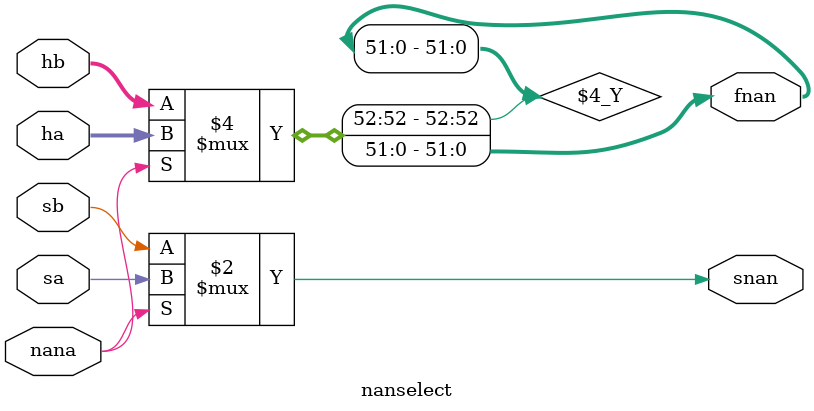
<source format=sv>
module nanselect(
    input sa, 
    input [52:0] ha,
    input [52:0] hb,
    input sb,
    input nana,
    output snan,
    output [51:0] fnan 
);

assign snan = nana == 1 ? sa : sb;
assign fnan = nana == 1 ? ha : hb;

endmodule




</source>
